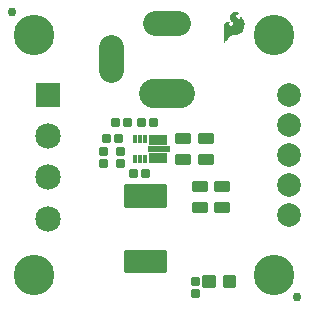
<source format=gts>
G04 EAGLE Gerber RS-274X export*
G75*
%MOMM*%
%FSLAX34Y34*%
%LPD*%
%INSoldermask Top*%
%IPPOS*%
%AMOC8*
5,1,8,0,0,1.08239X$1,22.5*%
G01*
%ADD10C,0.762000*%
%ADD11R,2.159000X2.159000*%
%ADD12C,2.159000*%
%ADD13C,2.127000*%
%ADD14C,2.427000*%
%ADD15C,2.006600*%
%ADD16C,0.225369*%
%ADD17R,1.590000X0.900000*%
%ADD18R,0.390000X0.700000*%
%ADD19R,1.830000X0.500000*%
%ADD20C,0.217469*%
%ADD21C,0.231750*%
%ADD22C,0.428259*%
%ADD23C,3.429000*%

G36*
X186119Y221671D02*
X186119Y221671D01*
X186181Y221673D01*
X186203Y221686D01*
X186229Y221690D01*
X186300Y221738D01*
X186333Y221756D01*
X186339Y221764D01*
X186349Y221771D01*
X186849Y222271D01*
X186868Y222302D01*
X186906Y222344D01*
X187182Y222804D01*
X187649Y223271D01*
X187657Y223284D01*
X187672Y223297D01*
X188161Y223883D01*
X189349Y225071D01*
X189356Y225082D01*
X189369Y225093D01*
X190559Y226482D01*
X191516Y227438D01*
X192414Y227977D01*
X192911Y228060D01*
X194780Y228060D01*
X194806Y228066D01*
X194843Y228065D01*
X196043Y228265D01*
X196058Y228272D01*
X196080Y228273D01*
X197180Y228573D01*
X197197Y228582D01*
X197221Y228587D01*
X198221Y228987D01*
X198243Y229002D01*
X198276Y229014D01*
X199276Y229614D01*
X199296Y229634D01*
X199330Y229654D01*
X200130Y230354D01*
X200137Y230363D01*
X200149Y230371D01*
X200949Y231171D01*
X200960Y231189D01*
X200980Y231207D01*
X201680Y232107D01*
X201691Y232130D01*
X201712Y232155D01*
X202712Y233955D01*
X202723Y233991D01*
X202748Y234043D01*
X203248Y235943D01*
X203249Y235975D01*
X203260Y236018D01*
X203360Y237718D01*
X203353Y237754D01*
X203354Y237810D01*
X203054Y239410D01*
X203045Y239431D01*
X203041Y239460D01*
X202541Y240960D01*
X202522Y240991D01*
X202501Y241044D01*
X201801Y242144D01*
X201782Y242163D01*
X201764Y242193D01*
X201539Y242446D01*
X201201Y242826D01*
X200964Y243093D01*
X200932Y243115D01*
X200882Y243162D01*
X200082Y243662D01*
X200052Y243673D01*
X200032Y243687D01*
X199997Y243693D01*
X199952Y243713D01*
X199935Y243713D01*
X199918Y243718D01*
X199886Y243714D01*
X199880Y243714D01*
X199872Y243712D01*
X199849Y243709D01*
X199779Y243707D01*
X199764Y243698D01*
X199746Y243696D01*
X199716Y243676D01*
X199711Y243675D01*
X199697Y243663D01*
X199688Y243657D01*
X199627Y243624D01*
X199617Y243609D01*
X199602Y243599D01*
X199586Y243571D01*
X199578Y243565D01*
X199564Y243534D01*
X199527Y243482D01*
X199524Y243463D01*
X199516Y243449D01*
X199514Y243423D01*
X199507Y243406D01*
X199508Y243381D01*
X199500Y243340D01*
X199500Y242502D01*
X199428Y242286D01*
X199368Y242165D01*
X199175Y241972D01*
X199018Y241920D01*
X198827Y241920D01*
X198113Y242099D01*
X197771Y242270D01*
X197500Y242451D01*
X197130Y242728D01*
X196576Y243282D01*
X196233Y243796D01*
X196160Y244087D01*
X196160Y244578D01*
X196232Y244794D01*
X196310Y244949D01*
X196460Y245175D01*
X196781Y245415D01*
X197104Y245577D01*
X197555Y245667D01*
X197562Y245671D01*
X197572Y245671D01*
X197927Y245760D01*
X198390Y245760D01*
X198510Y245700D01*
X198525Y245696D01*
X198538Y245687D01*
X198672Y245661D01*
X198679Y245660D01*
X198680Y245660D01*
X198780Y245660D01*
X198805Y245666D01*
X198831Y245663D01*
X198889Y245685D01*
X198949Y245699D01*
X198969Y245716D01*
X198993Y245725D01*
X199035Y245770D01*
X199082Y245809D01*
X199093Y245833D01*
X199110Y245852D01*
X199128Y245911D01*
X199153Y245968D01*
X199152Y245993D01*
X199160Y246018D01*
X199149Y246079D01*
X199147Y246141D01*
X199134Y246163D01*
X199130Y246189D01*
X199082Y246260D01*
X199064Y246293D01*
X199056Y246299D01*
X199049Y246309D01*
X198949Y246409D01*
X198929Y246421D01*
X198908Y246444D01*
X198508Y246744D01*
X198482Y246756D01*
X198450Y246780D01*
X197050Y247480D01*
X197038Y247483D01*
X197029Y247489D01*
X197000Y247495D01*
X196963Y247511D01*
X196063Y247711D01*
X196029Y247711D01*
X195980Y247720D01*
X194980Y247720D01*
X194952Y247714D01*
X194912Y247714D01*
X193812Y247514D01*
X193777Y247499D01*
X193720Y247481D01*
X193705Y247477D01*
X193702Y247475D01*
X193698Y247474D01*
X192598Y246874D01*
X192578Y246856D01*
X192547Y246840D01*
X191647Y246140D01*
X191627Y246116D01*
X191558Y246042D01*
X191058Y245242D01*
X191046Y245208D01*
X191019Y245160D01*
X190719Y244260D01*
X190716Y244223D01*
X190700Y244140D01*
X190700Y243340D01*
X190707Y243307D01*
X190709Y243258D01*
X190909Y242358D01*
X190926Y242322D01*
X190948Y242255D01*
X191448Y241355D01*
X191470Y241331D01*
X191494Y241290D01*
X192194Y240490D01*
X192195Y240489D01*
X192196Y240487D01*
X192996Y239587D01*
X193004Y239582D01*
X193011Y239571D01*
X193653Y238929D01*
X193900Y238271D01*
X193900Y237702D01*
X193741Y237225D01*
X193420Y236824D01*
X192924Y236493D01*
X192233Y236320D01*
X191518Y236320D01*
X191089Y236406D01*
X190694Y236564D01*
X190176Y237082D01*
X190025Y237309D01*
X189960Y237502D01*
X189960Y237778D01*
X190012Y237935D01*
X190485Y238408D01*
X190700Y238479D01*
X190720Y238492D01*
X190750Y238500D01*
X191150Y238700D01*
X191179Y238724D01*
X191249Y238771D01*
X191349Y238871D01*
X191362Y238892D01*
X191381Y238908D01*
X191407Y238965D01*
X191440Y239018D01*
X191443Y239043D01*
X191453Y239066D01*
X191451Y239129D01*
X191457Y239191D01*
X191448Y239214D01*
X191447Y239239D01*
X191417Y239294D01*
X191395Y239353D01*
X191377Y239370D01*
X191365Y239392D01*
X191295Y239446D01*
X191268Y239470D01*
X191259Y239473D01*
X191250Y239480D01*
X190850Y239680D01*
X190835Y239684D01*
X190822Y239693D01*
X190688Y239719D01*
X190682Y239720D01*
X190681Y239720D01*
X190680Y239720D01*
X189480Y239720D01*
X189454Y239714D01*
X189418Y239715D01*
X188818Y239615D01*
X188812Y239613D01*
X188805Y239613D01*
X188305Y239513D01*
X188279Y239501D01*
X188239Y239493D01*
X187739Y239293D01*
X187708Y239271D01*
X187652Y239244D01*
X187252Y238944D01*
X187248Y238940D01*
X187242Y238937D01*
X186742Y238537D01*
X186725Y238514D01*
X186654Y238436D01*
X186054Y237436D01*
X186042Y237400D01*
X186014Y237344D01*
X185814Y236644D01*
X185813Y236619D01*
X185803Y236587D01*
X185703Y235787D01*
X185705Y235766D01*
X185700Y235740D01*
X185700Y222040D01*
X185706Y222015D01*
X185703Y221989D01*
X185725Y221932D01*
X185739Y221871D01*
X185756Y221851D01*
X185765Y221827D01*
X185810Y221785D01*
X185849Y221738D01*
X185873Y221727D01*
X185892Y221710D01*
X185951Y221692D01*
X186008Y221667D01*
X186033Y221668D01*
X186058Y221660D01*
X186119Y221671D01*
G37*
D10*
X247650Y6350D03*
X6350Y247650D03*
D11*
X36830Y177800D03*
D12*
X36830Y142800D03*
X36830Y107800D03*
X36830Y72800D03*
D13*
X127160Y238760D02*
X147160Y238760D01*
X90170Y218280D02*
X90170Y198280D01*
D14*
X125660Y179070D02*
X148660Y179070D01*
D15*
X241300Y177800D03*
X241300Y152400D03*
X241300Y127000D03*
X241300Y101600D03*
X241300Y76200D03*
D16*
X98821Y143478D02*
X93805Y143478D01*
X98821Y143478D02*
X98821Y138462D01*
X93805Y138462D01*
X93805Y143478D01*
X93805Y140603D02*
X98821Y140603D01*
X98821Y142744D02*
X93805Y142744D01*
X88821Y143478D02*
X83805Y143478D01*
X88821Y143478D02*
X88821Y138462D01*
X83805Y138462D01*
X83805Y143478D01*
X83805Y140603D02*
X88821Y140603D01*
X88821Y142744D02*
X83805Y142744D01*
D17*
X129940Y139580D03*
D18*
X119440Y140580D03*
X114940Y140580D03*
X110440Y140580D03*
X119440Y123580D03*
X114940Y123580D03*
X110440Y123580D03*
D17*
X129940Y124580D03*
D19*
X131040Y132080D03*
D16*
X95282Y132730D02*
X95282Y127714D01*
X95282Y132730D02*
X100298Y132730D01*
X100298Y127714D01*
X95282Y127714D01*
X95282Y129855D02*
X100298Y129855D01*
X100298Y131996D02*
X95282Y131996D01*
X95282Y122730D02*
X95282Y117714D01*
X95282Y122730D02*
X100298Y122730D01*
X100298Y117714D01*
X95282Y117714D01*
X95282Y119855D02*
X100298Y119855D01*
X100298Y121996D02*
X95282Y121996D01*
X86328Y122730D02*
X86328Y117714D01*
X81312Y117714D01*
X81312Y122730D01*
X86328Y122730D01*
X86328Y119855D02*
X81312Y119855D01*
X81312Y121996D02*
X86328Y121996D01*
X86328Y127714D02*
X86328Y132730D01*
X86328Y127714D02*
X81312Y127714D01*
X81312Y132730D01*
X86328Y132730D01*
X86328Y129855D02*
X81312Y129855D01*
X81312Y131996D02*
X86328Y131996D01*
D20*
X102332Y101318D02*
X102332Y83722D01*
X102332Y101318D02*
X136428Y101318D01*
X136428Y83722D01*
X102332Y83722D01*
X102332Y85788D02*
X136428Y85788D01*
X136428Y87854D02*
X102332Y87854D01*
X102332Y89920D02*
X136428Y89920D01*
X136428Y91986D02*
X102332Y91986D01*
X102332Y94052D02*
X136428Y94052D01*
X136428Y96118D02*
X102332Y96118D01*
X102332Y98184D02*
X136428Y98184D01*
X136428Y100250D02*
X102332Y100250D01*
X102332Y45818D02*
X102332Y28222D01*
X102332Y45818D02*
X136428Y45818D01*
X136428Y28222D01*
X102332Y28222D01*
X102332Y30288D02*
X136428Y30288D01*
X136428Y32354D02*
X102332Y32354D01*
X102332Y34420D02*
X136428Y34420D01*
X136428Y36486D02*
X102332Y36486D01*
X102332Y38552D02*
X136428Y38552D01*
X136428Y40618D02*
X102332Y40618D01*
X102332Y42684D02*
X136428Y42684D01*
X136428Y44750D02*
X102332Y44750D01*
D16*
X106792Y109252D02*
X111808Y109252D01*
X106792Y109252D02*
X106792Y114268D01*
X111808Y114268D01*
X111808Y109252D01*
X111808Y111393D02*
X106792Y111393D01*
X106792Y113534D02*
X111808Y113534D01*
X116792Y109252D02*
X121808Y109252D01*
X116792Y109252D02*
X116792Y114268D01*
X121808Y114268D01*
X121808Y109252D01*
X121808Y111393D02*
X116792Y111393D01*
X116792Y113534D02*
X121808Y113534D01*
X118158Y152432D02*
X113142Y152432D01*
X113142Y157448D01*
X118158Y157448D01*
X118158Y152432D01*
X118158Y154573D02*
X113142Y154573D01*
X113142Y156714D02*
X118158Y156714D01*
X123142Y152432D02*
X128158Y152432D01*
X123142Y152432D02*
X123142Y157448D01*
X128158Y157448D01*
X128158Y152432D01*
X128158Y154573D02*
X123142Y154573D01*
X123142Y156714D02*
X128158Y156714D01*
X96568Y152432D02*
X91552Y152432D01*
X91552Y157448D01*
X96568Y157448D01*
X96568Y152432D01*
X96568Y154573D02*
X91552Y154573D01*
X91552Y156714D02*
X96568Y156714D01*
X101552Y152432D02*
X106568Y152432D01*
X101552Y152432D02*
X101552Y157448D01*
X106568Y157448D01*
X106568Y152432D01*
X106568Y154573D02*
X101552Y154573D01*
X101552Y156714D02*
X106568Y156714D01*
D21*
X189626Y85916D02*
X189626Y78964D01*
X178674Y78964D01*
X178674Y85916D01*
X189626Y85916D01*
X189626Y81166D02*
X178674Y81166D01*
X178674Y83368D02*
X189626Y83368D01*
X189626Y85570D02*
X178674Y85570D01*
X189626Y96964D02*
X189626Y103916D01*
X189626Y96964D02*
X178674Y96964D01*
X178674Y103916D01*
X189626Y103916D01*
X189626Y99166D02*
X178674Y99166D01*
X178674Y101368D02*
X189626Y101368D01*
X189626Y103570D02*
X178674Y103570D01*
X170576Y85916D02*
X170576Y78964D01*
X159624Y78964D01*
X159624Y85916D01*
X170576Y85916D01*
X170576Y81166D02*
X159624Y81166D01*
X159624Y83368D02*
X170576Y83368D01*
X170576Y85570D02*
X159624Y85570D01*
X170576Y96964D02*
X170576Y103916D01*
X170576Y96964D02*
X159624Y96964D01*
X159624Y103916D01*
X170576Y103916D01*
X170576Y99166D02*
X159624Y99166D01*
X159624Y101368D02*
X170576Y101368D01*
X170576Y103570D02*
X159624Y103570D01*
X145654Y137604D02*
X145654Y144556D01*
X156606Y144556D01*
X156606Y137604D01*
X145654Y137604D01*
X145654Y139806D02*
X156606Y139806D01*
X156606Y142008D02*
X145654Y142008D01*
X145654Y144210D02*
X156606Y144210D01*
X145654Y126556D02*
X145654Y119604D01*
X145654Y126556D02*
X156606Y126556D01*
X156606Y119604D01*
X145654Y119604D01*
X145654Y121806D02*
X156606Y121806D01*
X156606Y124008D02*
X145654Y124008D01*
X145654Y126210D02*
X156606Y126210D01*
D22*
X186886Y23814D02*
X186886Y16826D01*
X186886Y23814D02*
X193874Y23814D01*
X193874Y16826D01*
X186886Y16826D01*
X186886Y20895D02*
X193874Y20895D01*
X169346Y23814D02*
X169346Y16826D01*
X169346Y23814D02*
X176334Y23814D01*
X176334Y16826D01*
X169346Y16826D01*
X169346Y20895D02*
X176334Y20895D01*
D16*
X158782Y22748D02*
X158782Y17732D01*
X158782Y22748D02*
X163798Y22748D01*
X163798Y17732D01*
X158782Y17732D01*
X158782Y19873D02*
X163798Y19873D01*
X163798Y22014D02*
X158782Y22014D01*
X158782Y12748D02*
X158782Y7732D01*
X158782Y12748D02*
X163798Y12748D01*
X163798Y7732D01*
X158782Y7732D01*
X158782Y9873D02*
X163798Y9873D01*
X163798Y12014D02*
X158782Y12014D01*
D23*
X25400Y25400D03*
X228600Y25400D03*
X228600Y228600D03*
X25400Y228600D03*
D21*
X164704Y144556D02*
X164704Y137604D01*
X164704Y144556D02*
X175656Y144556D01*
X175656Y137604D01*
X164704Y137604D01*
X164704Y139806D02*
X175656Y139806D01*
X175656Y142008D02*
X164704Y142008D01*
X164704Y144210D02*
X175656Y144210D01*
X164704Y126556D02*
X164704Y119604D01*
X164704Y126556D02*
X175656Y126556D01*
X175656Y119604D01*
X164704Y119604D01*
X164704Y121806D02*
X175656Y121806D01*
X175656Y124008D02*
X164704Y124008D01*
X164704Y126210D02*
X175656Y126210D01*
M02*

</source>
